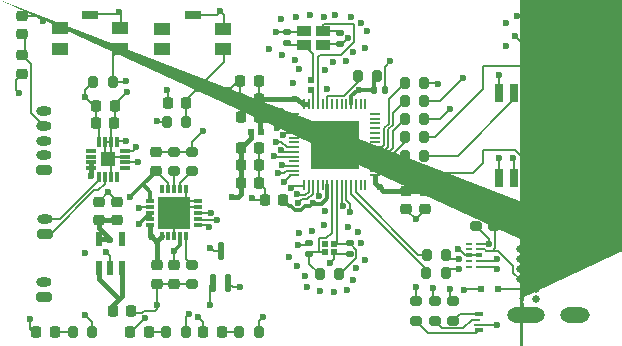
<source format=gbr>
%TF.GenerationSoftware,KiCad,Pcbnew,9.0.2-9.0.2-0~ubuntu22.04.1*%
%TF.CreationDate,2025-07-24T10:37:48-04:00*%
%TF.ProjectId,jarvis,6a617276-6973-42e6-9b69-6361645f7063,rev?*%
%TF.SameCoordinates,Original*%
%TF.FileFunction,Copper,L1,Top*%
%TF.FilePolarity,Positive*%
%FSLAX46Y46*%
G04 Gerber Fmt 4.6, Leading zero omitted, Abs format (unit mm)*
G04 Created by KiCad (PCBNEW 9.0.2-9.0.2-0~ubuntu22.04.1) date 2025-07-24 10:37:48*
%MOMM*%
%LPD*%
G01*
G04 APERTURE LIST*
G04 Aperture macros list*
%AMRoundRect*
0 Rectangle with rounded corners*
0 $1 Rounding radius*
0 $2 $3 $4 $5 $6 $7 $8 $9 X,Y pos of 4 corners*
0 Add a 4 corners polygon primitive as box body*
4,1,4,$2,$3,$4,$5,$6,$7,$8,$9,$2,$3,0*
0 Add four circle primitives for the rounded corners*
1,1,$1+$1,$2,$3*
1,1,$1+$1,$4,$5*
1,1,$1+$1,$6,$7*
1,1,$1+$1,$8,$9*
0 Add four rect primitives between the rounded corners*
20,1,$1+$1,$2,$3,$4,$5,0*
20,1,$1+$1,$4,$5,$6,$7,0*
20,1,$1+$1,$6,$7,$8,$9,0*
20,1,$1+$1,$8,$9,$2,$3,0*%
%AMFreePoly0*
4,1,121,0.057437,0.323981,0.058316,0.323824,0.113316,0.308824,0.114166,0.308506,0.166166,0.283506,0.166873,0.283092,0.213873,0.250092,0.214579,0.249492,0.254579,0.208492,0.255133,0.207814,0.287133,0.160814,0.287573,0.160023,0.310573,0.108023,0.310851,0.107213,0.324851,0.051213,0.324988,0.050350,0.328988,-0.006650,0.328973,-0.007523,0.322973,-0.064523,0.322801,-0.065397,
0.306801,-0.120397,0.306455,-0.121271,0.280455,-0.172271,0.280021,-0.172972,0.246021,-0.218972,0.245402,-0.219664,0.203402,-0.258664,0.202695,-0.259211,0.155000,-0.289735,0.155000,-1.060082,0.202707,-1.090796,0.203402,-1.091336,0.245402,-1.130336,0.246021,-1.131028,0.280021,-1.177028,0.280455,-1.177729,0.306455,-1.228729,0.306801,-1.229603,0.322801,-1.284603,0.322973,-1.285477,
0.328973,-1.342477,0.328988,-1.343350,0.324988,-1.400350,0.324851,-1.401213,0.310851,-1.457213,0.310573,-1.458023,0.287573,-1.510023,0.287133,-1.510814,0.255133,-1.557814,0.254579,-1.558492,0.214579,-1.599492,0.213873,-1.600092,0.166873,-1.633092,0.166166,-1.633506,0.114166,-1.658506,0.113316,-1.658824,0.058316,-1.673824,0.057437,-1.673981,0.000437,-1.678981,-0.000437,-1.678981,
-0.057437,-1.673981,-0.058316,-1.673824,-0.113316,-1.658824,-0.114166,-1.658506,-0.166166,-1.633506,-0.166873,-1.633092,-0.213873,-1.600092,-0.214579,-1.599492,-0.254579,-1.558492,-0.255133,-1.557814,-0.287133,-1.510814,-0.287573,-1.510023,-0.310573,-1.458023,-0.310851,-1.457213,-0.324851,-1.401213,-0.324988,-1.400350,-0.328988,-1.343350,-0.328973,-1.342477,-0.322973,-1.285477,-0.322801,-1.284603,
-0.306801,-1.229603,-0.306455,-1.228729,-0.280455,-1.177729,-0.280021,-1.177028,-0.246021,-1.131028,-0.245402,-1.130336,-0.203402,-1.091336,-0.202695,-1.090789,-0.155000,-1.060264,-0.155000,-0.289735,-0.202695,-0.259211,-0.203402,-0.258664,-0.245402,-0.219664,-0.246021,-0.218972,-0.280021,-0.172972,-0.280455,-0.172271,-0.306455,-0.121271,-0.306801,-0.120397,-0.322801,-0.065397,-0.322973,-0.064523,
-0.328973,-0.007523,-0.328988,-0.006650,-0.324988,0.050350,-0.324851,0.051213,-0.310851,0.107213,-0.310573,0.108023,-0.287573,0.160023,-0.287133,0.160814,-0.255133,0.207814,-0.254579,0.208492,-0.214579,0.249492,-0.213873,0.250092,-0.166873,0.283092,-0.166166,0.283506,-0.114166,0.308506,-0.113316,0.308824,-0.058316,0.323824,-0.057437,0.323981,-0.000437,0.328981,0.000437,0.328981,
0.057437,0.323981,0.057437,0.323981,$1*%
%AMFreePoly1*
4,1,121,0.057437,0.323981,0.058316,0.323824,0.113316,0.308824,0.114166,0.308506,0.166166,0.283506,0.166873,0.283092,0.213873,0.250092,0.214579,0.249492,0.254579,0.208492,0.255133,0.207814,0.287133,0.160814,0.287573,0.160023,0.310573,0.108023,0.310851,0.107213,0.324851,0.051213,0.324988,0.050350,0.328988,-0.006650,0.328973,-0.007523,0.322973,-0.064523,0.322801,-0.065397,
0.306801,-0.120397,0.306455,-0.121271,0.280455,-0.172271,0.280021,-0.172972,0.246021,-0.218972,0.245402,-0.219664,0.203402,-0.258664,0.202695,-0.259211,0.155000,-0.289735,0.155000,-1.060264,0.202695,-1.090789,0.203402,-1.091336,0.245402,-1.130336,0.246021,-1.131028,0.280021,-1.177028,0.280455,-1.177729,0.306455,-1.228729,0.306801,-1.229603,0.322801,-1.284603,0.322973,-1.285477,
0.328973,-1.342477,0.328988,-1.343350,0.324988,-1.400350,0.324851,-1.401213,0.310851,-1.457213,0.310573,-1.458023,0.287573,-1.510023,0.287133,-1.510814,0.255133,-1.557814,0.254579,-1.558492,0.214579,-1.599492,0.213873,-1.600092,0.166873,-1.633092,0.166166,-1.633506,0.114166,-1.658506,0.113316,-1.658824,0.058316,-1.673824,0.057437,-1.673981,0.000437,-1.678981,-0.000437,-1.678981,
-0.057437,-1.673981,-0.058316,-1.673824,-0.113316,-1.658824,-0.114166,-1.658506,-0.166166,-1.633506,-0.166873,-1.633092,-0.213873,-1.600092,-0.214579,-1.599492,-0.254579,-1.558492,-0.255133,-1.557814,-0.287133,-1.510814,-0.287573,-1.510023,-0.310573,-1.458023,-0.310851,-1.457213,-0.324851,-1.401213,-0.324988,-1.400350,-0.328988,-1.343350,-0.328973,-1.342477,-0.322973,-1.285477,-0.322801,-1.284603,
-0.306801,-1.229603,-0.306455,-1.228729,-0.280455,-1.177729,-0.280021,-1.177028,-0.246021,-1.131028,-0.245402,-1.130336,-0.203402,-1.091336,-0.202695,-1.090789,-0.155000,-1.060264,-0.155000,-0.289735,-0.202695,-0.259211,-0.203402,-0.258664,-0.245402,-0.219664,-0.246021,-0.218972,-0.280021,-0.172972,-0.280455,-0.172271,-0.306455,-0.121271,-0.306801,-0.120397,-0.322801,-0.065397,-0.322973,-0.064523,
-0.328973,-0.007523,-0.328988,-0.006650,-0.324988,0.050350,-0.324851,0.051213,-0.310851,0.107213,-0.310573,0.108023,-0.287573,0.160023,-0.287133,0.160814,-0.255133,0.207814,-0.254579,0.208492,-0.214579,0.249492,-0.213873,0.250092,-0.166873,0.283092,-0.166166,0.283506,-0.114166,0.308506,-0.113316,0.308824,-0.058316,0.323824,-0.057437,0.323981,-0.000437,0.328981,0.000437,0.328981,
0.057437,0.323981,0.057437,0.323981,$1*%
G04 Aperture macros list end*
%TA.AperFunction,ComponentPad*%
%ADD10RoundRect,0.200000X0.450000X-0.200000X0.450000X0.200000X-0.450000X0.200000X-0.450000X-0.200000X0*%
%TD*%
%TA.AperFunction,ComponentPad*%
%ADD11O,1.300000X0.800000*%
%TD*%
%TA.AperFunction,SMDPad,CuDef*%
%ADD12R,0.711200X0.304800*%
%TD*%
%TA.AperFunction,SMDPad,CuDef*%
%ADD13R,0.508000X0.254000*%
%TD*%
%TA.AperFunction,SMDPad,CuDef*%
%ADD14RoundRect,0.200000X0.275000X-0.200000X0.275000X0.200000X-0.275000X0.200000X-0.275000X-0.200000X0*%
%TD*%
%TA.AperFunction,SMDPad,CuDef*%
%ADD15RoundRect,0.218750X-0.218750X-0.256250X0.218750X-0.256250X0.218750X0.256250X-0.218750X0.256250X0*%
%TD*%
%TA.AperFunction,SMDPad,CuDef*%
%ADD16R,1.450000X1.000000*%
%TD*%
%TA.AperFunction,SMDPad,CuDef*%
%ADD17R,1.400000X0.650000*%
%TD*%
%TA.AperFunction,SMDPad,CuDef*%
%ADD18RoundRect,0.200000X-0.200000X-0.275000X0.200000X-0.275000X0.200000X0.275000X-0.200000X0.275000X0*%
%TD*%
%TA.AperFunction,SMDPad,CuDef*%
%ADD19RoundRect,0.112500X-0.112500X-0.637500X0.112500X-0.637500X0.112500X0.637500X-0.112500X0.637500X0*%
%TD*%
%TA.AperFunction,SMDPad,CuDef*%
%ADD20R,0.600000X0.540000*%
%TD*%
%TA.AperFunction,SMDPad,CuDef*%
%ADD21R,0.762000X1.701800*%
%TD*%
%TA.AperFunction,SMDPad,CuDef*%
%ADD22R,2.800000X2.800000*%
%TD*%
%TA.AperFunction,SMDPad,CuDef*%
%ADD23R,0.800000X0.300000*%
%TD*%
%TA.AperFunction,SMDPad,CuDef*%
%ADD24R,0.300000X0.800000*%
%TD*%
%TA.AperFunction,SMDPad,CuDef*%
%ADD25R,0.520000X0.470000*%
%TD*%
%TA.AperFunction,SMDPad,CuDef*%
%ADD26RoundRect,0.225000X0.225000X0.250000X-0.225000X0.250000X-0.225000X-0.250000X0.225000X-0.250000X0*%
%TD*%
%TA.AperFunction,SMDPad,CuDef*%
%ADD27RoundRect,0.225000X-0.225000X-0.250000X0.225000X-0.250000X0.225000X0.250000X-0.225000X0.250000X0*%
%TD*%
%TA.AperFunction,SMDPad,CuDef*%
%ADD28R,0.300000X0.850000*%
%TD*%
%TA.AperFunction,SMDPad,CuDef*%
%ADD29R,0.850000X0.300000*%
%TD*%
%TA.AperFunction,SMDPad,CuDef*%
%ADD30R,1.250000X1.250000*%
%TD*%
%TA.AperFunction,SMDPad,CuDef*%
%ADD31RoundRect,0.225000X0.250000X-0.225000X0.250000X0.225000X-0.250000X0.225000X-0.250000X-0.225000X0*%
%TD*%
%TA.AperFunction,SMDPad,CuDef*%
%ADD32R,1.200000X0.850000*%
%TD*%
%TA.AperFunction,SMDPad,CuDef*%
%ADD33RoundRect,0.140000X-0.140000X-0.170000X0.140000X-0.170000X0.140000X0.170000X-0.140000X0.170000X0*%
%TD*%
%TA.AperFunction,SMDPad,CuDef*%
%ADD34RoundRect,0.140000X-0.170000X0.140000X-0.170000X-0.140000X0.170000X-0.140000X0.170000X0.140000X0*%
%TD*%
%TA.AperFunction,SMDPad,CuDef*%
%ADD35RoundRect,0.200000X-0.275000X0.200000X-0.275000X-0.200000X0.275000X-0.200000X0.275000X0.200000X0*%
%TD*%
%TA.AperFunction,SMDPad,CuDef*%
%ADD36RoundRect,0.050000X0.232500X0.050000X-0.232500X0.050000X-0.232500X-0.050000X0.232500X-0.050000X0*%
%TD*%
%TA.AperFunction,SMDPad,CuDef*%
%ADD37RoundRect,0.050000X0.232500X0.150000X-0.232500X0.150000X-0.232500X-0.150000X0.232500X-0.150000X0*%
%TD*%
%TA.AperFunction,SMDPad,CuDef*%
%ADD38RoundRect,0.225000X-0.250000X0.225000X-0.250000X-0.225000X0.250000X-0.225000X0.250000X0.225000X0*%
%TD*%
%TA.AperFunction,SMDPad,CuDef*%
%ADD39RoundRect,0.200000X0.200000X0.275000X-0.200000X0.275000X-0.200000X-0.275000X0.200000X-0.275000X0*%
%TD*%
%TA.AperFunction,SMDPad,CuDef*%
%ADD40R,0.540000X0.600000*%
%TD*%
%TA.AperFunction,ComponentPad*%
%ADD41FreePoly0,90.000000*%
%TD*%
%TA.AperFunction,ComponentPad*%
%ADD42C,0.648000*%
%TD*%
%TA.AperFunction,ComponentPad*%
%ADD43FreePoly1,90.000000*%
%TD*%
%TA.AperFunction,ComponentPad*%
%ADD44O,2.500000X1.300000*%
%TD*%
%TA.AperFunction,ComponentPad*%
%ADD45O,3.200000X1.300000*%
%TD*%
%TA.AperFunction,SMDPad,CuDef*%
%ADD46R,0.500000X0.600000*%
%TD*%
%TA.AperFunction,SMDPad,CuDef*%
%ADD47R,0.600000X1.250000*%
%TD*%
%TA.AperFunction,SMDPad,CuDef*%
%ADD48R,0.650000X1.650000*%
%TD*%
%TA.AperFunction,SMDPad,CuDef*%
%ADD49R,0.850000X0.200000*%
%TD*%
%TA.AperFunction,SMDPad,CuDef*%
%ADD50R,0.200000X0.850000*%
%TD*%
%TA.AperFunction,SMDPad,CuDef*%
%ADD51R,4.050000X4.050000*%
%TD*%
%TA.AperFunction,SMDPad,CuDef*%
%ADD52RoundRect,0.140000X0.170000X-0.140000X0.170000X0.140000X-0.170000X0.140000X-0.170000X-0.140000X0*%
%TD*%
%TA.AperFunction,ViaPad*%
%ADD53C,0.600000*%
%TD*%
%TA.AperFunction,Conductor*%
%ADD54C,0.200000*%
%TD*%
%TA.AperFunction,Conductor*%
%ADD55C,0.300000*%
%TD*%
%TA.AperFunction,Conductor*%
%ADD56C,0.400000*%
%TD*%
G04 APERTURE END LIST*
D10*
%TO.P,J2,1,Pin_1*%
%TO.N,/Components/MIC-DATA*%
X136010000Y-115290000D03*
D11*
%TO.P,J2,2,Pin_2*%
%TO.N,/Components/MIC-WS*%
X136010000Y-114040000D03*
%TO.P,J2,3,Pin_3*%
%TO.N,/Components/MIC-BCK*%
X136010000Y-112790000D03*
%TO.P,J2,4,Pin_4*%
%TO.N,+3.3V*%
X136010000Y-111540000D03*
%TO.P,J2,5,Pin_5*%
%TO.N,GND*%
X136010000Y-110290000D03*
%TD*%
D12*
%TO.P,LED1,1,1*%
%TO.N,Net-(LED1-Pad1)*%
X172783600Y-128860001D03*
D13*
%TO.P,LED1,2,2*%
%TO.N,GND*%
X172683600Y-128385001D03*
%TO.P,LED1,3,3*%
%TO.N,Net-(LED1-Pad3)*%
X172683600Y-127934999D03*
D12*
%TO.P,LED1,4,4*%
%TO.N,Net-(LED1-Pad4)*%
X172783600Y-127459999D03*
%TD*%
D14*
%TO.P,R23,1*%
%TO.N,Net-(LED1-Pad4)*%
X170640000Y-128035000D03*
%TO.P,R23,2*%
%TO.N,Net-(IC1-GPIO13)*%
X170640000Y-126385000D03*
%TD*%
%TO.P,R22,1*%
%TO.N,Net-(LED1-Pad3)*%
X169060000Y-128025000D03*
%TO.P,R22,2*%
%TO.N,Net-(IC1-GPIO17)*%
X169060000Y-126375000D03*
%TD*%
%TO.P,R21,1*%
%TO.N,Net-(LED1-Pad1)*%
X167480000Y-128035000D03*
%TO.P,R21,2*%
%TO.N,Net-(IC1-GPIO18)*%
X167480000Y-126385000D03*
%TD*%
D15*
%TO.P,D5,1,K*%
%TO.N,/ESP/ESP-GPIO11*%
X149482500Y-128980000D03*
%TO.P,D5,2,A*%
%TO.N,Net-(D5-A)*%
X151057500Y-128980000D03*
%TD*%
%TO.P,D4,1,K*%
%TO.N,/ESP/ESP-GPIO10*%
X143282500Y-129000000D03*
%TO.P,D4,2,A*%
%TO.N,Net-(D4-A)*%
X144857500Y-129000000D03*
%TD*%
%TO.P,D3,1,K*%
%TO.N,GND*%
X135352500Y-128970000D03*
%TO.P,D3,2,A*%
%TO.N,Net-(D3-A)*%
X136927500Y-128970000D03*
%TD*%
D16*
%TO.P,S2,1,NO_1*%
%TO.N,GND*%
X142460000Y-103290000D03*
%TO.P,S2,2,COM_1*%
%TO.N,Net-(IC1-GPIO0)*%
X142460000Y-104990000D03*
%TO.P,S2,3,NO_2*%
%TO.N,unconnected-(S2-NO_2-Pad3)*%
X137310000Y-103290000D03*
%TO.P,S2,4,COM_2*%
%TO.N,unconnected-(S2-COM_2-Pad4)*%
X137310000Y-104990000D03*
D17*
%TO.P,S2,5,GND*%
%TO.N,GND*%
X139885000Y-102115000D03*
%TD*%
D16*
%TO.P,S1,1,NO_1*%
%TO.N,GND*%
X151160000Y-103300000D03*
%TO.P,S1,2,COM_1*%
%TO.N,Net-(IC1-CHIP_PU)*%
X151160000Y-105000000D03*
%TO.P,S1,3,NO_2*%
%TO.N,unconnected-(S1-NO_2-Pad3)*%
X146010000Y-103300000D03*
%TO.P,S1,4,COM_2*%
%TO.N,unconnected-(S1-COM_2-Pad4)*%
X146010000Y-105000000D03*
D17*
%TO.P,S1,5,GND*%
%TO.N,GND*%
X148585000Y-102125000D03*
%TD*%
D18*
%TO.P,R20,1*%
%TO.N,Net-(D4-A)*%
X146325000Y-128990000D03*
%TO.P,R20,2*%
%TO.N,+3.3V*%
X147975000Y-128990000D03*
%TD*%
%TO.P,R19,1*%
%TO.N,Net-(D5-A)*%
X152515000Y-128980000D03*
%TO.P,R19,2*%
%TO.N,+3.3V*%
X154165000Y-128980000D03*
%TD*%
%TO.P,R18,1*%
%TO.N,Net-(D3-A)*%
X138405000Y-128970000D03*
%TO.P,R18,2*%
%TO.N,+3.3V*%
X140055000Y-128970000D03*
%TD*%
D19*
%TO.P,D2,1*%
%TO.N,/Power/VBUS*%
X150300000Y-124820000D03*
%TO.P,D2,2*%
%TO.N,/Power/VBAT_1*%
X151600000Y-124820000D03*
%TO.P,D2,3*%
%TO.N,Net-(IC3-CE)*%
X150950000Y-122160000D03*
%TD*%
D18*
%TO.P,R17,1*%
%TO.N,+3.3V*%
X140165000Y-107860000D03*
%TO.P,R17,2*%
%TO.N,Net-(IC1-GPIO0)*%
X141815000Y-107860000D03*
%TD*%
D20*
%TO.P,L3,1*%
%TO.N,Net-(AE1-Pad1)*%
X176840000Y-103478000D03*
%TO.P,L3,2*%
%TO.N,Net-(IC1-LNA_IN)*%
X176840000Y-104342000D03*
%TD*%
D21*
%TO.P,AE1,2*%
%TO.N,N/C*%
X181596400Y-103930000D03*
%TO.P,AE1,1,1*%
%TO.N,Net-(AE1-Pad1)*%
X178243600Y-103930000D03*
%TD*%
D22*
%TO.P,IC3,21,EP*%
%TO.N,GND*%
X146990000Y-118900000D03*
D23*
%TO.P,IC3,20,OUT_2*%
%TO.N,/Power/SYS*%
X144990000Y-119900000D03*
%TO.P,IC3,19,IN_2*%
%TO.N,/Power/VBUS*%
X144990000Y-119400000D03*
%TO.P,IC3,18,IN_1*%
X144990000Y-118900000D03*
%TO.P,IC3,17,CE*%
%TO.N,Net-(IC3-CE)*%
X144990000Y-118400000D03*
%TO.P,IC3,16,VBAT_SENSE*%
%TO.N,/Power/VBAT_1*%
X144990000Y-117900000D03*
D24*
%TO.P,IC3,15,VBAT_2*%
X145990000Y-116900000D03*
%TO.P,IC3,14,VBAT_1*%
X146490000Y-116900000D03*
%TO.P,IC3,13,PROG1*%
%TO.N,/Power/PROG1*%
X146990000Y-116900000D03*
%TO.P,IC3,12,PROG3*%
%TO.N,Net-(IC3-PROG3)*%
X147490000Y-116900000D03*
%TO.P,IC3,11,VSS_2*%
%TO.N,GND*%
X147990000Y-116900000D03*
D23*
%TO.P,IC3,10,VSS_1*%
X148990000Y-117900000D03*
%TO.P,IC3,9,~{TE}*%
X148990000Y-118400000D03*
%TO.P,IC3,8,STAT1/~{LBO}*%
%TO.N,/ESP/ESP-GPIO10*%
X148990000Y-118900000D03*
%TO.P,IC3,7,STAT2*%
%TO.N,/ESP/ESP-GPIO11*%
X148990000Y-119400000D03*
%TO.P,IC3,6,~{PG}*%
%TO.N,/ESP/ESP-GPIO12*%
X148990000Y-119900000D03*
D24*
%TO.P,IC3,5,THERM*%
%TO.N,/Power/THERM*%
X147990000Y-120900000D03*
%TO.P,IC3,4,PROG2*%
%TO.N,/Power/VBUS*%
X147490000Y-120900000D03*
%TO.P,IC3,3,SEL*%
%TO.N,GND*%
X146990000Y-120900000D03*
%TO.P,IC3,2,VPCC*%
%TO.N,unconnected-(IC3-VPCC-Pad2)*%
X146490000Y-120900000D03*
%TO.P,IC3,1,OUT_1*%
%TO.N,/Power/SYS*%
X145990000Y-120900000D03*
%TD*%
D25*
%TO.P,Y3,4*%
%TO.N,N/C*%
X159748162Y-121555000D03*
%TO.P,Y3,3*%
%TO.N,Net-(IC1-XTAL_32K_N)*%
X160568162Y-121555000D03*
%TO.P,Y3,2*%
%TO.N,GND*%
X160568162Y-122225000D03*
%TO.P,Y3,1*%
%TO.N,Net-(IC1-XTAL_32K_P)*%
X159748162Y-122225000D03*
%TD*%
D26*
%TO.P,C26,1*%
%TO.N,GND*%
X181890000Y-114090000D03*
%TO.P,C26,2*%
%TO.N,+1.8*%
X180340000Y-114090000D03*
%TD*%
%TO.P,C4,1*%
%TO.N,GND*%
X143395000Y-127210000D03*
%TO.P,C4,2*%
%TO.N,/Power/SYS*%
X141845000Y-127210000D03*
%TD*%
D27*
%TO.P,C13,1*%
%TO.N,+3.3V*%
X152660000Y-114870000D03*
%TO.P,C13,2*%
%TO.N,GND*%
X154210000Y-114870000D03*
%TD*%
D26*
%TO.P,C7,1*%
%TO.N,+3.3V*%
X154165000Y-109240000D03*
%TO.P,C7,2*%
%TO.N,GND*%
X152615000Y-109240000D03*
%TD*%
D18*
%TO.P,R9,1*%
%TO.N,Net-(IC1-GPIO45)*%
X162535000Y-107310000D03*
%TO.P,R9,2*%
%TO.N,+3.3V*%
X164185000Y-107310000D03*
%TD*%
%TO.P,R15,1*%
%TO.N,Net-(IC1-SPIHD)*%
X166555000Y-115560000D03*
%TO.P,R15,2*%
%TO.N,/Components/FLASH-HOLD*%
X168205000Y-115560000D03*
%TD*%
D28*
%TO.P,IC2,1,DIN*%
%TO.N,/Components/AMP-DIN*%
X142150000Y-112930000D03*
%TO.P,IC2,2,GAIN_SLOT*%
%TO.N,GND*%
X141650000Y-112930000D03*
%TO.P,IC2,3,GND_1*%
X141150000Y-112930000D03*
%TO.P,IC2,4,~{SD_MODE}*%
%TO.N,+3.3V*%
X140650000Y-112930000D03*
D29*
%TO.P,IC2,5,N.C._1*%
%TO.N,unconnected-(IC2-N.C._1-Pad5)*%
X139950000Y-113630000D03*
%TO.P,IC2,6,N.C._2*%
%TO.N,unconnected-(IC2-N.C._2-Pad6)*%
X139950000Y-114130000D03*
%TO.P,IC2,7,VDD_1*%
%TO.N,+3.3V*%
X139950000Y-114630000D03*
%TO.P,IC2,8,VDD_2*%
X139950000Y-115130000D03*
D28*
%TO.P,IC2,9,OUTP*%
%TO.N,Net-(IC2-OUTP)*%
X140650000Y-115830000D03*
%TO.P,IC2,10,OUTN*%
%TO.N,Net-(IC2-OUTN)*%
X141150000Y-115830000D03*
%TO.P,IC2,11,GND_2*%
%TO.N,GND*%
X141650000Y-115830000D03*
%TO.P,IC2,12,N.C._3*%
%TO.N,unconnected-(IC2-N.C._3-Pad12)*%
X142150000Y-115830000D03*
D29*
%TO.P,IC2,13,N.C._4*%
%TO.N,unconnected-(IC2-N.C._4-Pad13)*%
X142850000Y-115130000D03*
%TO.P,IC2,14,LRCLK*%
%TO.N,/Components/AMP-LRCLK*%
X142850000Y-114630000D03*
%TO.P,IC2,15,GND_3*%
%TO.N,GND*%
X142850000Y-114130000D03*
%TO.P,IC2,16,BCLK*%
%TO.N,/Components/AMP-BCLK*%
X142850000Y-113630000D03*
D30*
%TO.P,IC2,17,THERMAL_PAD*%
%TO.N,GND*%
X141400000Y-114380000D03*
%TD*%
D18*
%TO.P,R12,1*%
%TO.N,Net-(IC1-SPIQ)*%
X166520000Y-109430000D03*
%TO.P,R12,2*%
%TO.N,/Components/FLASH-DO_IO1*%
X168170000Y-109430000D03*
%TD*%
D10*
%TO.P,J1,1,Pin_1*%
%TO.N,Net-(IC2-OUTN)*%
X136040000Y-120685000D03*
D11*
%TO.P,J1,2,Pin_2*%
%TO.N,Net-(IC2-OUTP)*%
X136040000Y-119435000D03*
%TD*%
D10*
%TO.P,J3,1,Pin_1*%
%TO.N,/Power/VBAT_1*%
X136020000Y-125995000D03*
D11*
%TO.P,J3,2,Pin_2*%
%TO.N,GND*%
X136020000Y-124745000D03*
%TD*%
D20*
%TO.P,L1,1*%
%TO.N,Net-(IC1-XTAL_P)*%
X158590000Y-108502000D03*
%TO.P,L1,2*%
%TO.N,Net-(C14-Pad2)*%
X158590000Y-107638000D03*
%TD*%
D31*
%TO.P,C17,1*%
%TO.N,GND*%
X168220000Y-118590000D03*
%TO.P,C17,2*%
%TO.N,+1.8*%
X168220000Y-117040000D03*
%TD*%
D32*
%TO.P,Y2,1*%
%TO.N,Net-(C14-Pad2)*%
X157998000Y-104690000D03*
%TO.P,Y2,2,GND*%
%TO.N,GND*%
X159622000Y-104690000D03*
%TO.P,Y2,3*%
%TO.N,Net-(IC1-XTAL_N)*%
X159622000Y-103490000D03*
%TO.P,Y2,4,GND__1*%
%TO.N,GND*%
X157998000Y-103490000D03*
%TD*%
D26*
%TO.P,C27,1*%
%TO.N,GND*%
X181885000Y-115690000D03*
%TO.P,C27,2*%
%TO.N,+1.8*%
X180335000Y-115690000D03*
%TD*%
D33*
%TO.P,C18,1*%
%TO.N,+3.3V*%
X163910000Y-108500000D03*
%TO.P,C18,2*%
%TO.N,GND*%
X164870000Y-108500000D03*
%TD*%
D34*
%TO.P,C10,1*%
%TO.N,Net-(IC1-XTAL_32K_N)*%
X161858162Y-121445000D03*
%TO.P,C10,2*%
%TO.N,GND*%
X161858162Y-122405000D03*
%TD*%
D35*
%TO.P,R6,1*%
%TO.N,GND*%
X172590000Y-118375000D03*
%TO.P,R6,2*%
%TO.N,Net-(U2-CC2)*%
X172590000Y-120025000D03*
%TD*%
D26*
%TO.P,C24,1*%
%TO.N,GND*%
X141945000Y-111320000D03*
%TO.P,C24,2*%
%TO.N,+3.3V*%
X140395000Y-111320000D03*
%TD*%
%TO.P,C15,1*%
%TO.N,+3.3V*%
X156235000Y-117830000D03*
%TO.P,C15,2*%
%TO.N,GND*%
X154685000Y-117830000D03*
%TD*%
D36*
%TO.P,U1,1*%
%TO.N,/Power/USB_DP*%
X172820000Y-123500000D03*
%TO.P,U1,2*%
%TO.N,/Power/USB_DN*%
X172820000Y-123000000D03*
D37*
%TO.P,U1,3*%
%TO.N,GND*%
X172820000Y-122500000D03*
D36*
%TO.P,U1,4*%
%TO.N,Net-(U2-CC1)*%
X172820000Y-122000000D03*
%TO.P,U1,5*%
%TO.N,Net-(U2-CC2)*%
X172820000Y-121500000D03*
%TO.P,U1,6,NC_6*%
%TO.N,unconnected-(U1-NC_6-Pad6)*%
X171985000Y-121500000D03*
%TO.P,U1,7,NC_7*%
%TO.N,unconnected-(U1-NC_7-Pad7)*%
X171985000Y-122000000D03*
D37*
%TO.P,U1,8*%
%TO.N,GND*%
X171985000Y-122500000D03*
D36*
%TO.P,U1,9,NC_9*%
%TO.N,unconnected-(U1-NC_9-Pad9)*%
X171985000Y-123000000D03*
%TO.P,U1,10,NC_10*%
%TO.N,unconnected-(U1-NC_10-Pad10)*%
X171985000Y-123500000D03*
%TD*%
D38*
%TO.P,C3,1*%
%TO.N,/Power/VBUS*%
X146990000Y-123350000D03*
%TO.P,C3,2*%
%TO.N,GND*%
X146990000Y-124900000D03*
%TD*%
D31*
%TO.P,C19,1*%
%TO.N,GND*%
X166630000Y-118570000D03*
%TO.P,C19,2*%
%TO.N,+1.8*%
X166630000Y-117020000D03*
%TD*%
D26*
%TO.P,C25,1*%
%TO.N,GND*%
X141970000Y-109830000D03*
%TO.P,C25,2*%
%TO.N,+3.3V*%
X140420000Y-109830000D03*
%TD*%
D39*
%TO.P,R5,1*%
%TO.N,/Power/USB_DN*%
X170035000Y-122460000D03*
%TO.P,R5,2*%
%TO.N,/ESP/ESP-GPIO20*%
X168385000Y-122460000D03*
%TD*%
D31*
%TO.P,C2,1*%
%TO.N,GND*%
X145530000Y-124905000D03*
%TO.P,C2,2*%
%TO.N,/Power/SYS*%
X145530000Y-123355000D03*
%TD*%
D40*
%TO.P,L2,1*%
%TO.N,+3.3V*%
X153503000Y-112070000D03*
%TO.P,L2,2*%
%TO.N,Net-(IC1-VDD3P3_1)*%
X154367000Y-112070000D03*
%TD*%
D38*
%TO.P,C22,1*%
%TO.N,+3.3V*%
X134160000Y-105575000D03*
%TO.P,C22,2*%
%TO.N,GND*%
X134160000Y-107125000D03*
%TD*%
D41*
%TO.P,U2,A1,GND1*%
%TO.N,GND*%
X176270000Y-126230000D03*
%TO.P,U2,A4,VBUS1*%
%TO.N,/Power/VBUS*%
X176270000Y-125380000D03*
D42*
%TO.P,U2,A5,CC1*%
%TO.N,Net-(U2-CC1)*%
X176270000Y-124530000D03*
%TO.P,U2,A6,DA+*%
%TO.N,/Power/USB_DP*%
X176270000Y-123680000D03*
%TO.P,U2,A7,DA-*%
%TO.N,/Power/USB_DN*%
X176270000Y-122830000D03*
%TO.P,U2,A8,SBU1*%
%TO.N,unconnected-(U2-SBU1-PadA8)*%
X176270000Y-121980000D03*
D43*
%TO.P,U2,A9,VBUS2*%
%TO.N,/Power/VBUS*%
X176270000Y-121130000D03*
D41*
%TO.P,U2,A12,GND2*%
%TO.N,GND*%
X176270000Y-120280000D03*
D42*
%TO.P,U2,B1,GND3*%
X177620000Y-120280000D03*
%TO.P,U2,B4,VBUS3*%
%TO.N,/Power/VBUS*%
X177620000Y-121130000D03*
%TO.P,U2,B5,CC2*%
%TO.N,Net-(U2-CC2)*%
X177620000Y-121980000D03*
%TO.P,U2,B6,DB+*%
%TO.N,/Power/USB_DP*%
X177620000Y-122830000D03*
%TO.P,U2,B7,DB-*%
%TO.N,/Power/USB_DN*%
X177620000Y-123680000D03*
%TO.P,U2,B8,SBU2*%
%TO.N,unconnected-(U2-SBU2-PadB8)*%
X177620000Y-124530000D03*
%TO.P,U2,B9,VBUS4*%
%TO.N,/Power/VBUS*%
X177620000Y-125380000D03*
%TO.P,U2,B12,GND4*%
%TO.N,GND*%
X177620000Y-126230000D03*
D44*
%TO.P,U2,SH1,SHIELD1*%
X180920000Y-127575000D03*
%TO.P,U2,SH2,SHIELD2*%
X180920000Y-118935000D03*
D45*
%TO.P,U2,SH3,SHIELD3*%
X176770000Y-127575000D03*
%TO.P,U2,SH4,SHIELD4*%
X176770000Y-118935000D03*
%TD*%
D27*
%TO.P,C12,1*%
%TO.N,+3.3V*%
X152660000Y-113370000D03*
%TO.P,C12,2*%
%TO.N,GND*%
X154210000Y-113370000D03*
%TD*%
D31*
%TO.P,C23,1*%
%TO.N,+3.3V*%
X134140000Y-103765000D03*
%TO.P,C23,2*%
%TO.N,GND*%
X134140000Y-102215000D03*
%TD*%
D14*
%TO.P,R1,1*%
%TO.N,GND*%
X148480000Y-124960000D03*
%TO.P,R1,2*%
%TO.N,/Power/THERM*%
X148480000Y-123310000D03*
%TD*%
D38*
%TO.P,C6,1*%
%TO.N,GND*%
X142170000Y-117980000D03*
%TO.P,C6,2*%
%TO.N,+3.3V*%
X142170000Y-119530000D03*
%TD*%
D18*
%TO.P,R7,1*%
%TO.N,Net-(IC1-XTAL_32K_P)*%
X159348162Y-124080000D03*
%TO.P,R7,2*%
%TO.N,Net-(IC1-XTAL_32K_N)*%
X160998162Y-124080000D03*
%TD*%
%TO.P,R11,1*%
%TO.N,Net-(IC1-SPICLK)*%
X166520000Y-110970000D03*
%TO.P,R11,2*%
%TO.N,/Components/FLASH-CLK*%
X168170000Y-110970000D03*
%TD*%
D31*
%TO.P,C1,1*%
%TO.N,/Power/VBAT_1*%
X145450000Y-115340000D03*
%TO.P,C1,2*%
%TO.N,GND*%
X145450000Y-113790000D03*
%TD*%
D14*
%TO.P,R2,1*%
%TO.N,/Power/PROG1*%
X146980000Y-115385000D03*
%TO.P,R2,2*%
%TO.N,GND*%
X146980000Y-113735000D03*
%TD*%
D18*
%TO.P,R8,1*%
%TO.N,+3.3V*%
X146400000Y-111170000D03*
%TO.P,R8,2*%
%TO.N,Net-(IC1-CHIP_PU)*%
X148050000Y-111170000D03*
%TD*%
D26*
%TO.P,C11,1*%
%TO.N,Net-(IC1-VDD3P3_1)*%
X154210000Y-110770000D03*
%TO.P,C11,2*%
%TO.N,GND*%
X152660000Y-110770000D03*
%TD*%
D14*
%TO.P,R3,1*%
%TO.N,Net-(U2-CC1)*%
X174080000Y-119995000D03*
%TO.P,R3,2*%
%TO.N,GND*%
X174080000Y-118345000D03*
%TD*%
D46*
%TO.P,D1,1,K*%
%TO.N,GND*%
X173030000Y-125380000D03*
%TO.P,D1,2,A*%
%TO.N,/Power/VBUS*%
X174430000Y-125380000D03*
%TD*%
D26*
%TO.P,C8,1*%
%TO.N,+3.3V*%
X154165000Y-107740000D03*
%TO.P,C8,2*%
%TO.N,GND*%
X152615000Y-107740000D03*
%TD*%
D18*
%TO.P,R14,1*%
%TO.N,Net-(IC1-SPIWP)*%
X166545000Y-114060000D03*
%TO.P,R14,2*%
%TO.N,/Components/FLASH-WP_IO2*%
X168195000Y-114060000D03*
%TD*%
D38*
%TO.P,C5,1*%
%TO.N,GND*%
X140620000Y-117980000D03*
%TO.P,C5,2*%
%TO.N,+3.3V*%
X140620000Y-119530000D03*
%TD*%
D34*
%TO.P,C14,1*%
%TO.N,GND*%
X156600000Y-103600000D03*
%TO.P,C14,2*%
%TO.N,Net-(C14-Pad2)*%
X156600000Y-104560000D03*
%TD*%
D26*
%TO.P,C21,1*%
%TO.N,Net-(IC1-CHIP_PU)*%
X148000000Y-109570000D03*
%TO.P,C21,2*%
%TO.N,GND*%
X146450000Y-109570000D03*
%TD*%
D34*
%TO.P,C16,1*%
%TO.N,Net-(IC1-XTAL_N)*%
X161010000Y-103670000D03*
%TO.P,C16,2*%
%TO.N,GND*%
X161010000Y-104630000D03*
%TD*%
D39*
%TO.P,R4,1*%
%TO.N,/Power/USB_DP*%
X170015000Y-123970000D03*
%TO.P,R4,2*%
%TO.N,/ESP/ESP-GPIO19*%
X168365000Y-123970000D03*
%TD*%
D18*
%TO.P,R10,1*%
%TO.N,Net-(IC1-SPICS0)*%
X166525000Y-112500000D03*
%TO.P,R10,2*%
%TO.N,/Components/FLASH-CS*%
X168175000Y-112500000D03*
%TD*%
D47*
%TO.P,IC4,1,IN*%
%TO.N,/Power/SYS*%
X140670000Y-123605000D03*
%TO.P,IC4,2,GND*%
%TO.N,GND*%
X141620000Y-123605000D03*
%TO.P,IC4,3,EN*%
%TO.N,/Power/SYS*%
X142570000Y-123605000D03*
%TO.P,IC4,4,N/C*%
%TO.N,unconnected-(IC4-N{slash}C-Pad4)*%
X142570000Y-121105000D03*
%TO.P,IC4,5,OUT*%
%TO.N,+3.3V*%
X140670000Y-121105000D03*
%TD*%
D48*
%TO.P,IC5,1,/CS*%
%TO.N,/Components/FLASH-CS*%
X178325000Y-108790000D03*
%TO.P,IC5,2,DO_(IO1)*%
%TO.N,/Components/FLASH-DO_IO1*%
X177055000Y-108790000D03*
%TO.P,IC5,3,/WP_(IO2)*%
%TO.N,/Components/FLASH-WP_IO2*%
X175785000Y-108790000D03*
%TO.P,IC5,4,GND*%
%TO.N,GND*%
X174515000Y-108790000D03*
%TO.P,IC5,5,DI_(IO0)*%
%TO.N,/Components/FLASH-DI_IO0*%
X174515000Y-115990000D03*
%TO.P,IC5,6,CLK*%
%TO.N,/Components/FLASH-CLK*%
X175785000Y-115990000D03*
%TO.P,IC5,7,/HOLD_OR_/RESET_(IO3)*%
%TO.N,/Components/FLASH-HOLD*%
X177055000Y-115990000D03*
%TO.P,IC5,8,VCC*%
%TO.N,+1.8*%
X178325000Y-115990000D03*
%TD*%
D49*
%TO.P,IC1,1,LNA_IN*%
%TO.N,Net-(IC1-LNA_IN)*%
X157140000Y-110530000D03*
%TO.P,IC1,2,VDD3P3_1*%
%TO.N,Net-(IC1-VDD3P3_1)*%
X157140000Y-110930000D03*
%TO.P,IC1,3,VDD3P3_2*%
X157140000Y-111330000D03*
%TO.P,IC1,4,CHIP_PU*%
%TO.N,Net-(IC1-CHIP_PU)*%
X157140000Y-111730000D03*
%TO.P,IC1,5,GPIO0*%
%TO.N,Net-(IC1-GPIO0)*%
X157140000Y-112130000D03*
%TO.P,IC1,6,GPIO1*%
%TO.N,unconnected-(IC1-GPIO1-Pad6)*%
X157140000Y-112530000D03*
%TO.P,IC1,7,GPIO2*%
%TO.N,unconnected-(IC1-GPIO2-Pad7)*%
X157140000Y-112930000D03*
%TO.P,IC1,8,GPIO3*%
%TO.N,/Components/AMP-DIN*%
X157140000Y-113330000D03*
%TO.P,IC1,9,GPIO4*%
%TO.N,/Components/AMP-BCLK*%
X157140000Y-113730000D03*
%TO.P,IC1,10,GPIO5*%
%TO.N,/Components/AMP-LRCLK*%
X157140000Y-114130000D03*
%TO.P,IC1,11,GPIO6*%
%TO.N,unconnected-(IC1-GPIO6-Pad11)*%
X157140000Y-114530000D03*
%TO.P,IC1,12,GPIO7*%
%TO.N,/Components/MIC-BCK*%
X157140000Y-114930000D03*
%TO.P,IC1,13,GPIO8*%
%TO.N,/Components/MIC-WS*%
X157140000Y-115330000D03*
%TO.P,IC1,14,GPIO9*%
%TO.N,/Components/MIC-DATA*%
X157140000Y-115730000D03*
D50*
%TO.P,IC1,15,GPIO10*%
%TO.N,/ESP/ESP-GPIO10*%
X157990000Y-116580000D03*
%TO.P,IC1,16,GPIO11*%
%TO.N,/ESP/ESP-GPIO11*%
X158390000Y-116580000D03*
%TO.P,IC1,17,GPIO12*%
%TO.N,/ESP/ESP-GPIO12*%
X158790000Y-116580000D03*
%TO.P,IC1,18,GPIO13*%
%TO.N,Net-(IC1-GPIO13)*%
X159190000Y-116580000D03*
%TO.P,IC1,19,GPIO14*%
%TO.N,unconnected-(IC1-GPIO14-Pad19)*%
X159590000Y-116580000D03*
%TO.P,IC1,20,VDD3P3_RTC*%
%TO.N,+3.3V*%
X159990000Y-116580000D03*
%TO.P,IC1,21,XTAL_32K_P*%
%TO.N,Net-(IC1-XTAL_32K_P)*%
X160390000Y-116580000D03*
%TO.P,IC1,22,XTAL_32K_N*%
%TO.N,Net-(IC1-XTAL_32K_N)*%
X160790000Y-116580000D03*
%TO.P,IC1,23,GPIO17*%
%TO.N,Net-(IC1-GPIO17)*%
X161190000Y-116580000D03*
%TO.P,IC1,24,GPIO18*%
%TO.N,Net-(IC1-GPIO18)*%
X161590000Y-116580000D03*
%TO.P,IC1,25,GPIO19*%
%TO.N,/ESP/ESP-GPIO19*%
X161990000Y-116580000D03*
%TO.P,IC1,26,GPIO20*%
%TO.N,/ESP/ESP-GPIO20*%
X162390000Y-116580000D03*
%TO.P,IC1,27,GPIO21*%
%TO.N,/ESP/ESP-GPIO21*%
X162790000Y-116580000D03*
%TO.P,IC1,28,SPICS1*%
%TO.N,unconnected-(IC1-SPICS1-Pad28)*%
X163190000Y-116580000D03*
D49*
%TO.P,IC1,29,VDD_SPI*%
%TO.N,+1.8*%
X164040000Y-115730000D03*
%TO.P,IC1,30,SPIHD*%
%TO.N,Net-(IC1-SPIHD)*%
X164040000Y-115330000D03*
%TO.P,IC1,31,SPIWP*%
%TO.N,Net-(IC1-SPIWP)*%
X164040000Y-114930000D03*
%TO.P,IC1,32,SPICS0*%
%TO.N,Net-(IC1-SPICS0)*%
X164040000Y-114530000D03*
%TO.P,IC1,33,SPICLK*%
%TO.N,Net-(IC1-SPICLK)*%
X164040000Y-114130000D03*
%TO.P,IC1,34,SPIQ*%
%TO.N,Net-(IC1-SPIQ)*%
X164040000Y-113730000D03*
%TO.P,IC1,35,SPID*%
%TO.N,Net-(IC1-SPID)*%
X164040000Y-113330000D03*
%TO.P,IC1,36,SPICLK_N*%
%TO.N,unconnected-(IC1-SPICLK_N-Pad36)*%
X164040000Y-112930000D03*
%TO.P,IC1,37,SPICLK_P*%
%TO.N,unconnected-(IC1-SPICLK_P-Pad37)*%
X164040000Y-112530000D03*
%TO.P,IC1,38,GPIO33*%
%TO.N,unconnected-(IC1-GPIO33-Pad38)*%
X164040000Y-112130000D03*
%TO.P,IC1,39,GPIO34*%
%TO.N,unconnected-(IC1-GPIO34-Pad39)*%
X164040000Y-111730000D03*
%TO.P,IC1,40,GPIO35*%
%TO.N,unconnected-(IC1-GPIO35-Pad40)*%
X164040000Y-111330000D03*
%TO.P,IC1,41,GPIO36*%
%TO.N,unconnected-(IC1-GPIO36-Pad41)*%
X164040000Y-110930000D03*
%TO.P,IC1,42,GPIO37*%
%TO.N,unconnected-(IC1-GPIO37-Pad42)*%
X164040000Y-110530000D03*
D50*
%TO.P,IC1,43,GPIO38*%
%TO.N,unconnected-(IC1-GPIO38-Pad43)*%
X163190000Y-109680000D03*
%TO.P,IC1,44,MTCK*%
%TO.N,unconnected-(IC1-MTCK-Pad44)*%
X162790000Y-109680000D03*
%TO.P,IC1,45,MTDO*%
%TO.N,unconnected-(IC1-MTDO-Pad45)*%
X162390000Y-109680000D03*
%TO.P,IC1,46,VDD3P3_CPU*%
%TO.N,+3.3V*%
X161990000Y-109680000D03*
%TO.P,IC1,47,MTDI*%
%TO.N,unconnected-(IC1-MTDI-Pad47)*%
X161590000Y-109680000D03*
%TO.P,IC1,48,MTMS*%
%TO.N,unconnected-(IC1-MTMS-Pad48)*%
X161190000Y-109680000D03*
%TO.P,IC1,49,U0TXD*%
%TO.N,unconnected-(IC1-U0TXD-Pad49)*%
X160790000Y-109680000D03*
%TO.P,IC1,50,U0RXD*%
%TO.N,unconnected-(IC1-U0RXD-Pad50)*%
X160390000Y-109680000D03*
%TO.P,IC1,51,GPIO45*%
%TO.N,Net-(IC1-GPIO45)*%
X159990000Y-109680000D03*
%TO.P,IC1,52,GPIO46*%
%TO.N,unconnected-(IC1-GPIO46-Pad52)*%
X159590000Y-109680000D03*
%TO.P,IC1,53,XTAL_N*%
%TO.N,Net-(IC1-XTAL_N)*%
X159190000Y-109680000D03*
%TO.P,IC1,54,XTAL_P*%
%TO.N,Net-(IC1-XTAL_P)*%
X158790000Y-109680000D03*
%TO.P,IC1,55,VDDA_1*%
%TO.N,+3.3V*%
X158390000Y-109680000D03*
%TO.P,IC1,56,VDDA_2*%
X157990000Y-109680000D03*
D51*
%TO.P,IC1,57,GND*%
%TO.N,GND*%
X160590000Y-113130000D03*
%TD*%
D52*
%TO.P,C9,1*%
%TO.N,Net-(IC1-XTAL_32K_P)*%
X158458162Y-122395000D03*
%TO.P,C9,2*%
%TO.N,GND*%
X158458162Y-121435000D03*
%TD*%
D18*
%TO.P,R13,1*%
%TO.N,Net-(IC1-SPID)*%
X166515000Y-107880000D03*
%TO.P,R13,2*%
%TO.N,/Components/FLASH-DI_IO0*%
X168165000Y-107880000D03*
%TD*%
D14*
%TO.P,R16,1*%
%TO.N,Net-(IC3-PROG3)*%
X148510000Y-115375000D03*
%TO.P,R16,2*%
%TO.N,GND*%
X148510000Y-113725000D03*
%TD*%
D27*
%TO.P,C20,1*%
%TO.N,+3.3V*%
X152660000Y-116370000D03*
%TO.P,C20,2*%
%TO.N,GND*%
X154210000Y-116370000D03*
%TD*%
D53*
%TO.N,Net-(IC1-GPIO18)*%
X161924067Y-118820499D03*
%TO.N,GND*%
X134820000Y-127870000D03*
%TO.N,+3.3V*%
X139440000Y-122290000D03*
X148230000Y-127430000D03*
X154510000Y-127730000D03*
X139440000Y-127530000D03*
%TO.N,/ESP/ESP-GPIO11*%
X149070000Y-127760000D03*
%TO.N,/ESP/ESP-GPIO10*%
X144570000Y-127810000D03*
%TO.N,GND*%
X174360000Y-128380000D03*
%TO.N,Net-(IC1-GPIO18)*%
X167490000Y-125200000D03*
%TO.N,Net-(IC1-GPIO17)*%
X168940000Y-125240000D03*
%TO.N,Net-(IC1-GPIO13)*%
X170370000Y-125340000D03*
%TO.N,/ESP/ESP-GPIO12*%
X157487042Y-118083920D03*
%TO.N,Net-(IC1-GPIO13)*%
X159300000Y-117510000D03*
%TO.N,Net-(IC1-GPIO17)*%
X161340000Y-118350000D03*
%TO.N,GND*%
X133840000Y-108760000D03*
X135890000Y-102690000D03*
%TO.N,Net-(IC1-GPIO0)*%
X142950000Y-107770000D03*
%TO.N,GND*%
X142340000Y-101860000D03*
X150920000Y-101850000D03*
%TO.N,Net-(IC1-GPIO0)*%
X156190000Y-112300000D03*
%TO.N,Net-(IC3-CE)*%
X150080000Y-121880000D03*
X144000000Y-118450000D03*
%TO.N,/Power/VBAT_1*%
X152610000Y-125210000D03*
%TO.N,/Power/VBUS*%
X150010000Y-126680000D03*
%TO.N,GND*%
X157420000Y-123430000D03*
X173290000Y-117390000D03*
X162430000Y-123590000D03*
X165310000Y-106080000D03*
X171540000Y-125400000D03*
X174520000Y-107270000D03*
X180500000Y-102090000D03*
X159680000Y-102280000D03*
X183200000Y-103110000D03*
X181070000Y-105970000D03*
X161610000Y-125410000D03*
X146140000Y-118120000D03*
X157590000Y-106760000D03*
X182360000Y-105860000D03*
X175080000Y-104770000D03*
X160660000Y-102110000D03*
X162606895Y-120520056D03*
X149430000Y-111950000D03*
X167450000Y-119440000D03*
X160480000Y-106110000D03*
X178680000Y-105760000D03*
X182980000Y-105230000D03*
X162190000Y-124550000D03*
X146990000Y-118900000D03*
X159140000Y-111660000D03*
X159090000Y-113120000D03*
X159790000Y-118710000D03*
X163360000Y-103470000D03*
X156100000Y-105550000D03*
X145530000Y-126700000D03*
X163140000Y-122860000D03*
X183380000Y-104110000D03*
X163150000Y-104960000D03*
X153570000Y-117660000D03*
X162030000Y-114520000D03*
X160238162Y-123160000D03*
X155080000Y-105030000D03*
X171060000Y-122000000D03*
X157460000Y-121590000D03*
X157250000Y-105920000D03*
X151680000Y-108480000D03*
X160610000Y-114570000D03*
X161950000Y-102280000D03*
X158120000Y-124240000D03*
X160560000Y-125630000D03*
X159920000Y-108380000D03*
X162846496Y-121478462D03*
X177710000Y-102240000D03*
X158500000Y-102120000D03*
X182300000Y-102050000D03*
X157080000Y-107870000D03*
X157550000Y-120610000D03*
X155630000Y-103570000D03*
X159190000Y-114540000D03*
X141400000Y-114380000D03*
X162040000Y-111690000D03*
X141240000Y-122220000D03*
X176020000Y-102230000D03*
X158300000Y-125210000D03*
X175090000Y-102850000D03*
X159670000Y-119950000D03*
X158660000Y-120430000D03*
X177830000Y-105670000D03*
X162190000Y-105310000D03*
X162000000Y-113200000D03*
X147900000Y-119840000D03*
X141440000Y-117160000D03*
X181150000Y-112870000D03*
X157360000Y-102300000D03*
X147780000Y-118170000D03*
X156090000Y-102450000D03*
X156720000Y-122620000D03*
X142990000Y-108700000D03*
X179210000Y-102210000D03*
X161730000Y-120120000D03*
X146400000Y-108520000D03*
X176520000Y-105570000D03*
X161580000Y-106060000D03*
X159780000Y-106790000D03*
X160620000Y-113170000D03*
X160610000Y-111640000D03*
X161700000Y-104110000D03*
X159360000Y-125530000D03*
X162810000Y-102810000D03*
%TO.N,/Power/VBUS*%
X144030000Y-119860000D03*
X146990000Y-122105000D03*
%TO.N,/Power/VBAT_1*%
X143280000Y-117570000D03*
%TO.N,/Power/SYS*%
X142360000Y-126160000D03*
X145150000Y-120980000D03*
%TO.N,+3.3V*%
X158737351Y-118077624D03*
X145530000Y-111160000D03*
X157240000Y-109220000D03*
X141620000Y-121160000D03*
X151920000Y-117570000D03*
X139490000Y-109110000D03*
X139950000Y-115760000D03*
X162670000Y-108500000D03*
%TO.N,Net-(U2-CC2)*%
X180460000Y-121980000D03*
X173650000Y-121550000D03*
%TO.N,Net-(IC1-CHIP_PU)*%
X148920000Y-108440000D03*
X155700000Y-111690000D03*
%TO.N,/Power/USB_DP*%
X174360000Y-123680000D03*
X171130000Y-123650000D03*
%TO.N,/Power/USB_DN*%
X171120000Y-122790000D03*
X174350000Y-122820000D03*
%TO.N,/Components/FLASH-CLK*%
X170380000Y-110110000D03*
X175730000Y-114230000D03*
%TO.N,+1.8*%
X164405000Y-116715000D03*
X179970000Y-117390000D03*
%TO.N,/Components/AMP-DIN*%
X155640000Y-112870000D03*
X142970000Y-112830000D03*
%TO.N,/Components/MIC-BCK*%
X156150000Y-114810000D03*
%TO.N,/Components/MIC-DATA*%
X156320000Y-116310000D03*
%TO.N,Net-(IC1-LNA_IN)*%
X156070000Y-110310000D03*
X175840000Y-103930000D03*
%TO.N,/Components/MIC-WS*%
X155780000Y-115560000D03*
%TO.N,/Components/AMP-BCLK*%
X156055422Y-113616006D03*
X143810000Y-113350000D03*
%TO.N,/Components/AMP-LRCLK*%
X155500000Y-114120000D03*
X143910000Y-114610000D03*
%TO.N,/Components/FLASH-DO_IO1*%
X171430000Y-107480000D03*
X177000000Y-107230000D03*
%TO.N,/Components/FLASH-DI_IO0*%
X174520000Y-114230000D03*
X169330000Y-107960000D03*
%TO.N,/ESP/ESP-GPIO12*%
X149960000Y-120095000D03*
%TO.N,/ESP/ESP-GPIO10*%
X150140000Y-118915000D03*
X156887128Y-116800784D03*
%TO.N,/ESP/ESP-GPIO11*%
X157410670Y-117337819D03*
X150680000Y-119495000D03*
%TD*%
D54*
%TO.N,/Components/FLASH-CS*%
X168175000Y-112500000D02*
X169110000Y-112500000D01*
X169110000Y-112500000D02*
X173190000Y-108420000D01*
X173190000Y-108420000D02*
X173190000Y-106430000D01*
X173190000Y-106430000D02*
X178325000Y-106430000D01*
X178325000Y-106430000D02*
X178325000Y-108790000D01*
%TO.N,Net-(IC2-OUTN)*%
X141150000Y-115830000D02*
X141150000Y-116455000D01*
X141150000Y-116455000D02*
X140604306Y-117000694D01*
X140604306Y-117000694D02*
X140250694Y-117000694D01*
X140250694Y-117000694D02*
X136566388Y-120685000D01*
X136566388Y-120685000D02*
X136040000Y-120685000D01*
%TO.N,Net-(IC2-OUTP)*%
X140650000Y-115830000D02*
X140650000Y-116105000D01*
X140650000Y-116105000D02*
X137320000Y-119435000D01*
X137320000Y-119435000D02*
X136040000Y-119435000D01*
%TO.N,+3.3V*%
X136010000Y-111540000D02*
X134886000Y-110416000D01*
X134886000Y-110416000D02*
X134886000Y-106301000D01*
X134886000Y-106301000D02*
X134160000Y-105575000D01*
X134160000Y-105590000D02*
X134160000Y-105575000D01*
%TO.N,GND*%
X134160000Y-107125000D02*
X133620000Y-107665000D01*
X133620000Y-107665000D02*
X133620000Y-108540000D01*
X133620000Y-108540000D02*
X133840000Y-108760000D01*
%TO.N,/Components/MIC-BCK*%
X136010000Y-112790000D02*
X136040000Y-112820000D01*
%TO.N,/Components/MIC-WS*%
X136010000Y-114040000D02*
X136040000Y-114070000D01*
%TO.N,/Components/MIC-DATA*%
X135720000Y-115290000D02*
X136010000Y-115290000D01*
%TO.N,GND*%
X145360000Y-127180000D02*
X144420768Y-127180000D01*
X144420768Y-127180000D02*
X144260768Y-127340000D01*
X144260768Y-127340000D02*
X143395000Y-127340000D01*
X145530000Y-126700000D02*
X145530000Y-127010000D01*
X145530000Y-127010000D02*
X145360000Y-127180000D01*
X145530000Y-126700000D02*
X145530000Y-124905000D01*
%TO.N,Net-(IC1-GPIO18)*%
X161924067Y-118820499D02*
X161786400Y-118682832D01*
X161891000Y-118121768D02*
X161590000Y-117820768D01*
X161786400Y-118682832D02*
X161891000Y-118578232D01*
X161891000Y-118578232D02*
X161891000Y-118121768D01*
X161590000Y-117820768D02*
X161590000Y-116580000D01*
%TO.N,Net-(IC1-GPIO17)*%
X161340000Y-118350000D02*
X161190000Y-118200000D01*
X161190000Y-118200000D02*
X161190000Y-116580000D01*
%TO.N,GND*%
X134820000Y-127870000D02*
X134820000Y-128700000D01*
X134820000Y-128700000D02*
X135090000Y-128970000D01*
X135090000Y-128970000D02*
X135352500Y-128970000D01*
%TO.N,Net-(D3-A)*%
X136927500Y-128970000D02*
X138405000Y-128970000D01*
%TO.N,Net-(D5-A)*%
X152515000Y-128980000D02*
X151057500Y-128980000D01*
%TO.N,Net-(D4-A)*%
X146325000Y-128990000D02*
X144867500Y-128990000D01*
X144867500Y-128990000D02*
X144857500Y-129000000D01*
%TO.N,+3.3V*%
X154165000Y-128980000D02*
X154165000Y-128075000D01*
X154165000Y-128075000D02*
X154510000Y-127730000D01*
X147975000Y-128990000D02*
X147975000Y-127685000D01*
X147975000Y-127685000D02*
X148230000Y-127430000D01*
X140055000Y-128970000D02*
X140055000Y-128145000D01*
X140055000Y-128145000D02*
X139440000Y-127530000D01*
%TO.N,/ESP/ESP-GPIO10*%
X143282500Y-129000000D02*
X143380000Y-129000000D01*
X143380000Y-129000000D02*
X144570000Y-127810000D01*
%TO.N,/ESP/ESP-GPIO11*%
X149482500Y-128980000D02*
X149482500Y-128172500D01*
X149482500Y-128172500D02*
X149070000Y-127760000D01*
D55*
%TO.N,+3.3V*%
X159990000Y-116580000D02*
X159990000Y-117669943D01*
X159990000Y-117669943D02*
X159548943Y-118111000D01*
X159548943Y-118111000D02*
X158770727Y-118111000D01*
X158770727Y-118111000D02*
X158737351Y-118077624D01*
X158737351Y-118077624D02*
X158482111Y-118332863D01*
X158482111Y-118332863D02*
X158088042Y-118332863D01*
X158088042Y-118332863D02*
X157735985Y-118684920D01*
X157735985Y-118684920D02*
X157238099Y-118684920D01*
X157238099Y-118684920D02*
X156886042Y-118332863D01*
X156886042Y-118332863D02*
X156737863Y-118332863D01*
X156737863Y-118332863D02*
X156235000Y-117830000D01*
D54*
%TO.N,Net-(IC1-GPIO13)*%
X159190000Y-116580000D02*
X159190000Y-117400000D01*
X159190000Y-117400000D02*
X159300000Y-117510000D01*
%TO.N,Net-(LED1-Pad1)*%
X167480000Y-128035000D02*
X168482000Y-129037000D01*
X168482000Y-129037000D02*
X172606601Y-129037000D01*
X172606601Y-129037000D02*
X172783600Y-128860001D01*
%TO.N,Net-(LED1-Pad3)*%
X169060000Y-128025000D02*
X169721000Y-128686000D01*
X169721000Y-128686000D02*
X171499601Y-128686000D01*
X171499601Y-128686000D02*
X172250602Y-127934999D01*
X172250602Y-127934999D02*
X172683600Y-127934999D01*
%TO.N,Net-(LED1-Pad4)*%
X170640000Y-128035000D02*
X171215001Y-127459999D01*
X171215001Y-127459999D02*
X172783600Y-127459999D01*
%TO.N,GND*%
X172683600Y-128385001D02*
X174354999Y-128385001D01*
X174354999Y-128385001D02*
X174360000Y-128380000D01*
%TO.N,Net-(IC1-GPIO18)*%
X167490000Y-125200000D02*
X167490000Y-126375000D01*
X167490000Y-126375000D02*
X167480000Y-126385000D01*
%TO.N,Net-(IC1-GPIO17)*%
X168940000Y-125240000D02*
X168940000Y-126255000D01*
X168940000Y-126255000D02*
X169060000Y-126375000D01*
%TO.N,Net-(IC1-GPIO13)*%
X170370000Y-125340000D02*
X170370000Y-126115000D01*
X170370000Y-126115000D02*
X170640000Y-126385000D01*
%TO.N,/ESP/ESP-GPIO20*%
X168385000Y-122460000D02*
X167676388Y-122460000D01*
X167676388Y-122460000D02*
X162390000Y-117173612D01*
X162390000Y-117173612D02*
X162390000Y-116580000D01*
%TO.N,+3.3V*%
X134160000Y-105575000D02*
X134366000Y-105369000D01*
X134366000Y-105369000D02*
X134366000Y-103991000D01*
X134366000Y-103991000D02*
X134140000Y-103765000D01*
%TO.N,GND*%
X134140000Y-102215000D02*
X135415000Y-102215000D01*
X135415000Y-102215000D02*
X135890000Y-102690000D01*
%TO.N,Net-(IC1-GPIO0)*%
X141815000Y-107860000D02*
X142860000Y-107860000D01*
X142860000Y-107860000D02*
X142950000Y-107770000D01*
%TO.N,+3.3V*%
X139490000Y-109110000D02*
X139490000Y-108535000D01*
X139490000Y-108535000D02*
X140165000Y-107860000D01*
%TO.N,Net-(IC1-GPIO0)*%
X141815000Y-107860000D02*
X141815000Y-105635000D01*
X141815000Y-105635000D02*
X142470000Y-104980000D01*
%TO.N,GND*%
X142470000Y-103280000D02*
X142470000Y-101990000D01*
X142470000Y-101990000D02*
X142340000Y-101860000D01*
X139895000Y-102105000D02*
X142095000Y-102105000D01*
X142095000Y-102105000D02*
X142340000Y-101860000D01*
X151205000Y-103300000D02*
X151205000Y-102135000D01*
X151205000Y-102135000D02*
X150920000Y-101850000D01*
X148630000Y-102125000D02*
X150645000Y-102125000D01*
X150645000Y-102125000D02*
X150920000Y-101850000D01*
%TO.N,Net-(IC1-CHIP_PU)*%
X148920000Y-108440000D02*
X148920000Y-108420000D01*
X148920000Y-108420000D02*
X151205000Y-106135000D01*
X151205000Y-106135000D02*
X151205000Y-105000000D01*
%TO.N,GND*%
X141970000Y-109720000D02*
X142990000Y-108700000D01*
X141970000Y-109830000D02*
X141970000Y-109720000D01*
%TO.N,Net-(IC1-CHIP_PU)*%
X157140000Y-111730000D02*
X155740000Y-111730000D01*
X155740000Y-111730000D02*
X155700000Y-111690000D01*
%TO.N,Net-(IC1-GPIO0)*%
X157140000Y-112130000D02*
X156360000Y-112130000D01*
X156360000Y-112130000D02*
X156190000Y-112300000D01*
%TO.N,Net-(IC3-CE)*%
X150950000Y-122160000D02*
X150360000Y-122160000D01*
X150360000Y-122160000D02*
X150080000Y-121880000D01*
X144990000Y-118400000D02*
X144050000Y-118400000D01*
X144050000Y-118400000D02*
X144000000Y-118450000D01*
D55*
%TO.N,/Power/VBAT_1*%
X143280000Y-117570000D02*
X144370000Y-116480000D01*
X144990000Y-117900000D02*
X144990000Y-117100000D01*
X144990000Y-117100000D02*
X144370000Y-116480000D01*
X144370000Y-116480000D02*
X145450000Y-115400000D01*
X145450000Y-115400000D02*
X145450000Y-115340000D01*
D54*
X152610000Y-125210000D02*
X151990000Y-125210000D01*
X151990000Y-125210000D02*
X151600000Y-124820000D01*
%TO.N,/Power/VBUS*%
X150010000Y-126680000D02*
X150010000Y-125110000D01*
X150010000Y-125110000D02*
X150300000Y-124820000D01*
%TO.N,GND*%
X171540000Y-125400000D02*
X171560000Y-125380000D01*
X171560000Y-125380000D02*
X173030000Y-125380000D01*
X145860000Y-118400000D02*
X146140000Y-118120000D01*
X147050000Y-124960000D02*
X146990000Y-124900000D01*
X152615000Y-107740000D02*
X152420000Y-107740000D01*
X141400000Y-114380000D02*
X141650000Y-114630000D01*
X141600000Y-122580000D02*
X141600000Y-123585000D01*
X146985000Y-124905000D02*
X146990000Y-124900000D01*
X164870000Y-106520000D02*
X165310000Y-106080000D01*
X172590000Y-118090000D02*
X173290000Y-117390000D01*
X148990000Y-118400000D02*
X148010000Y-118400000D01*
X141970000Y-111295000D02*
X141945000Y-111320000D01*
X147990000Y-116900000D02*
X147990000Y-117960000D01*
X166630000Y-118570000D02*
X166630000Y-118620000D01*
X171109232Y-122000000D02*
X171060000Y-122000000D01*
X148510000Y-113725000D02*
X148510000Y-112870000D01*
X152660000Y-109285000D02*
X152615000Y-109240000D01*
X161010000Y-104630000D02*
X159682000Y-104630000D01*
X174515000Y-108790000D02*
X174515000Y-107275000D01*
X153740000Y-117830000D02*
X153570000Y-117660000D01*
X141150000Y-114130000D02*
X141400000Y-114380000D01*
X141240000Y-122220000D02*
X141600000Y-122580000D01*
X181885000Y-115690000D02*
X181885000Y-114095000D01*
X154685000Y-117830000D02*
X154685000Y-116845000D01*
X161010000Y-104630000D02*
X161180000Y-104630000D01*
X152615000Y-107740000D02*
X152615000Y-109240000D01*
X156600000Y-103600000D02*
X155660000Y-103600000D01*
X160748162Y-122405000D02*
X160568162Y-122225000D01*
X161858162Y-122405000D02*
X160748162Y-122405000D01*
X145450000Y-113790000D02*
X146925000Y-113790000D01*
X157888000Y-103600000D02*
X157998000Y-103490000D01*
X141650000Y-112841000D02*
X141630000Y-112821000D01*
X146450000Y-109570000D02*
X146450000Y-108570000D01*
X148500000Y-113735000D02*
X148510000Y-113725000D01*
X141650000Y-114630000D02*
X141650000Y-115830000D01*
X142850000Y-114130000D02*
X141650000Y-114130000D01*
X148510000Y-112870000D02*
X149430000Y-111950000D01*
X146990000Y-118900000D02*
X146990000Y-120900000D01*
X174080000Y-118345000D02*
X174080000Y-118180000D01*
X168220000Y-118670000D02*
X167450000Y-119440000D01*
X148050000Y-117900000D02*
X147780000Y-118170000D01*
X161180000Y-104630000D02*
X161700000Y-104110000D01*
X181150000Y-113350000D02*
X181890000Y-114090000D01*
X146450000Y-108570000D02*
X146400000Y-108520000D01*
X154210000Y-114870000D02*
X154210000Y-116370000D01*
X171985000Y-122500000D02*
X171609232Y-122500000D01*
X171609232Y-122500000D02*
X171109232Y-122000000D01*
X141970000Y-109830000D02*
X141970000Y-111295000D01*
X141650000Y-112930000D02*
X141650000Y-114130000D01*
X160568162Y-122830000D02*
X160238162Y-123160000D01*
X148010000Y-118400000D02*
X147780000Y-118170000D01*
X164870000Y-108500000D02*
X164870000Y-106520000D01*
X168220000Y-118590000D02*
X168220000Y-118670000D01*
X159682000Y-104630000D02*
X159622000Y-104690000D01*
X174515000Y-107275000D02*
X174520000Y-107270000D01*
X172820000Y-122500000D02*
X171985000Y-122500000D01*
X141600000Y-123585000D02*
X141620000Y-123605000D01*
X152420000Y-107740000D02*
X151680000Y-108480000D01*
X146925000Y-113790000D02*
X146980000Y-113735000D01*
X154685000Y-116845000D02*
X154210000Y-116370000D01*
X141630000Y-112821000D02*
X141630000Y-111635000D01*
X158303162Y-121590000D02*
X158458162Y-121435000D01*
X157460000Y-121590000D02*
X158303162Y-121590000D01*
X181885000Y-114095000D02*
X181890000Y-114090000D01*
X181150000Y-112870000D02*
X181150000Y-113350000D01*
X145530000Y-124905000D02*
X146985000Y-124905000D01*
X141650000Y-112930000D02*
X141650000Y-112841000D01*
X174080000Y-118180000D02*
X173290000Y-117390000D01*
X142170000Y-117980000D02*
X142170000Y-117890000D01*
X142170000Y-117890000D02*
X141440000Y-117160000D01*
X160568162Y-122830000D02*
X160568162Y-122225000D01*
X154685000Y-117830000D02*
X153740000Y-117830000D01*
X140620000Y-117980000D02*
X141440000Y-117160000D01*
X152660000Y-110770000D02*
X152660000Y-109285000D01*
X154210000Y-113370000D02*
X154210000Y-114870000D01*
X141150000Y-112930000D02*
X141150000Y-114130000D01*
X148480000Y-124960000D02*
X147050000Y-124960000D01*
X141630000Y-111635000D02*
X141945000Y-111320000D01*
X155660000Y-103600000D02*
X155630000Y-103570000D01*
X147990000Y-117960000D02*
X147780000Y-118170000D01*
X148990000Y-117900000D02*
X148050000Y-117900000D01*
X141150000Y-112930000D02*
X141650000Y-112930000D01*
X172590000Y-118375000D02*
X172590000Y-118090000D01*
X156600000Y-103600000D02*
X157888000Y-103600000D01*
X146980000Y-113735000D02*
X148500000Y-113735000D01*
X141650000Y-114130000D02*
X141400000Y-114380000D01*
X166630000Y-118620000D02*
X167450000Y-119440000D01*
D55*
%TO.N,/Power/VBUS*%
X144990000Y-119400000D02*
X144990000Y-118900000D01*
D54*
X176270000Y-125380000D02*
X174720000Y-125380000D01*
D55*
X147490000Y-120900000D02*
X147490000Y-121605000D01*
X147490000Y-121605000D02*
X146990000Y-122105000D01*
D54*
X146990000Y-123350000D02*
X146990000Y-122105000D01*
D55*
X144990000Y-118900000D02*
X144030000Y-119860000D01*
D54*
%TO.N,/Power/VBAT_1*%
X146490000Y-116900000D02*
X146490000Y-116380000D01*
X146490000Y-116380000D02*
X145450000Y-115340000D01*
D56*
%TO.N,/Power/SYS*%
X142570000Y-125950000D02*
X142360000Y-126160000D01*
X145530000Y-123355000D02*
X145530000Y-121360000D01*
D54*
X144990000Y-120820000D02*
X145150000Y-120980000D01*
D56*
X141845000Y-126675000D02*
X142360000Y-126160000D01*
X144990000Y-120090000D02*
X144990000Y-120820000D01*
X145150000Y-120980000D02*
X145530000Y-121360000D01*
X140670000Y-123605000D02*
X140670000Y-124470000D01*
X141845000Y-127340000D02*
X141845000Y-126675000D01*
X145480000Y-121360000D02*
X145940000Y-120900000D01*
X142570000Y-123605000D02*
X142570000Y-125950000D01*
X140670000Y-124470000D02*
X142360000Y-126160000D01*
%TO.N,Net-(IC1-VDD3P3_1)*%
X154300000Y-110770000D02*
X154300000Y-111913000D01*
D54*
X154210000Y-111913000D02*
X154367000Y-112070000D01*
X157140000Y-111330000D02*
X157140000Y-110930000D01*
X154370000Y-110930000D02*
X154210000Y-110770000D01*
D56*
X157140000Y-111030000D02*
X154370000Y-111030000D01*
D54*
%TO.N,+3.3V*%
X163910000Y-107585000D02*
X164185000Y-107310000D01*
X140395000Y-111320000D02*
X140395000Y-109855000D01*
X140650000Y-112930000D02*
X140650000Y-111575000D01*
D56*
X139950000Y-115760000D02*
X139950000Y-115130000D01*
X153503000Y-112527000D02*
X152660000Y-113370000D01*
X140620000Y-119530000D02*
X140620000Y-120160000D01*
D55*
X162013500Y-109046500D02*
X162560000Y-108500000D01*
D56*
X152660000Y-116370000D02*
X152660000Y-114870000D01*
D54*
X140650000Y-111575000D02*
X140395000Y-111320000D01*
X140420000Y-109830000D02*
X140210000Y-109830000D01*
X140210000Y-109830000D02*
X139490000Y-109110000D01*
D56*
X157880000Y-109680000D02*
X157440000Y-109240000D01*
X158280000Y-109680000D02*
X157880000Y-109680000D01*
D55*
X162560000Y-108500000D02*
X162670000Y-108500000D01*
D56*
X140620000Y-120160000D02*
X141565000Y-121105000D01*
D54*
X145540000Y-111170000D02*
X145530000Y-111160000D01*
D56*
X142170000Y-119530000D02*
X140620000Y-119530000D01*
X151920000Y-117570000D02*
X152420000Y-117570000D01*
X152420000Y-117570000D02*
X152660000Y-117330000D01*
X157440000Y-109240000D02*
X154165000Y-109240000D01*
X152660000Y-117330000D02*
X152660000Y-116370000D01*
D54*
X162543000Y-108500000D02*
X162670000Y-108500000D01*
D56*
X153503000Y-112070000D02*
X153503000Y-112527000D01*
D55*
X161990000Y-109680000D02*
X161990000Y-109053000D01*
X162670000Y-108500000D02*
X163910000Y-108500000D01*
D54*
X146400000Y-111170000D02*
X145540000Y-111170000D01*
D56*
X140670000Y-121105000D02*
X141565000Y-121105000D01*
X157990000Y-109680000D02*
X157880000Y-109680000D01*
X139950000Y-114690000D02*
X139950000Y-115190000D01*
D55*
X163910000Y-108500000D02*
X163910000Y-107585000D01*
D54*
X154165000Y-109240000D02*
X154165000Y-107740000D01*
X140395000Y-109855000D02*
X140420000Y-109830000D01*
D56*
X152660000Y-113370000D02*
X152660000Y-114870000D01*
D54*
X141565000Y-121105000D02*
X141620000Y-121160000D01*
%TO.N,Net-(U2-CC1)*%
X173990000Y-122101000D02*
X173421768Y-122101000D01*
X173320768Y-122000000D02*
X172820000Y-122000000D01*
X176270000Y-124530000D02*
X175695000Y-123955000D01*
X175695000Y-123385768D02*
X174410232Y-122101000D01*
X175695000Y-123955000D02*
X175695000Y-123385768D01*
X174410232Y-122101000D02*
X173990000Y-122101000D01*
X173990000Y-122101000D02*
X174201000Y-121890000D01*
X173421768Y-122101000D02*
X173320768Y-122000000D01*
X174201000Y-121890000D02*
X174201000Y-120116000D01*
X174201000Y-120116000D02*
X174080000Y-119995000D01*
%TO.N,Net-(C14-Pad2)*%
X156730000Y-104690000D02*
X156600000Y-104560000D01*
X158790000Y-107648000D02*
X158790000Y-105482000D01*
X157998000Y-104690000D02*
X156730000Y-104690000D01*
X158790000Y-105482000D02*
X157998000Y-104690000D01*
%TO.N,Net-(U2-CC2)*%
X173650000Y-121550000D02*
X173650000Y-121085000D01*
X172870000Y-121550000D02*
X172820000Y-121500000D01*
X173650000Y-121085000D02*
X172590000Y-120025000D01*
X173650000Y-121550000D02*
X172870000Y-121550000D01*
X180460000Y-121980000D02*
X177620000Y-121980000D01*
%TO.N,Net-(IC1-XTAL_N)*%
X161140000Y-105530000D02*
X162250000Y-104420000D01*
X159340000Y-105530000D02*
X161140000Y-105530000D01*
X159622000Y-103490000D02*
X160830000Y-103490000D01*
X162250000Y-102890000D02*
X159720000Y-102890000D01*
X159190000Y-105680000D02*
X159340000Y-105530000D01*
X159190000Y-109680000D02*
X159190000Y-105680000D01*
X159622000Y-102988000D02*
X159622000Y-103490000D01*
X159720000Y-102890000D02*
X159622000Y-102988000D01*
X160830000Y-103490000D02*
X161010000Y-103670000D01*
X162250000Y-104420000D02*
X162250000Y-102890000D01*
%TO.N,Net-(IC1-CHIP_PU)*%
X148000000Y-109360000D02*
X148920000Y-108440000D01*
X148000000Y-109570000D02*
X148000000Y-109360000D01*
X148050000Y-109620000D02*
X148000000Y-109570000D01*
X148050000Y-111170000D02*
X148050000Y-109620000D01*
%TO.N,Net-(IC1-XTAL_32K_N)*%
X161050000Y-124080000D02*
X160998162Y-124080000D01*
X160790000Y-121333162D02*
X160568162Y-121555000D01*
X162419162Y-122710838D02*
X162419162Y-122006000D01*
X162419162Y-122710838D02*
X161050000Y-124080000D01*
X161748162Y-121555000D02*
X161858162Y-121445000D01*
X160790000Y-116580000D02*
X160790000Y-121333162D01*
X162419162Y-122006000D02*
X161858162Y-121445000D01*
X160568162Y-121555000D02*
X161748162Y-121555000D01*
%TO.N,Net-(IC1-XTAL_32K_P)*%
X160390000Y-120570000D02*
X159891000Y-121069000D01*
X158458162Y-122395000D02*
X158458162Y-123190000D01*
X159891000Y-121069000D02*
X159237162Y-121069000D01*
X158458162Y-123190000D02*
X159348162Y-124080000D01*
X159748162Y-122225000D02*
X158628162Y-122225000D01*
X159237162Y-121069000D02*
X159237162Y-122174000D01*
X159288162Y-122225000D02*
X159748162Y-122225000D01*
X159237162Y-122174000D02*
X159288162Y-122225000D01*
X158628162Y-122225000D02*
X158458162Y-122395000D01*
X160390000Y-116580000D02*
X160390000Y-120570000D01*
%TO.N,Net-(IC1-XTAL_P)*%
X158790000Y-109680000D02*
X158790000Y-108512000D01*
%TO.N,/Power/PROG1*%
X146990000Y-116900000D02*
X146990000Y-115395000D01*
X146990000Y-115395000D02*
X146980000Y-115385000D01*
%TO.N,/Power/THERM*%
X147990000Y-122820000D02*
X148480000Y-123310000D01*
X147990000Y-120900000D02*
X147990000Y-122820000D01*
%TO.N,/Power/USB_DP*%
X170335000Y-123650000D02*
X170015000Y-123970000D01*
X174190000Y-123510000D02*
X172830000Y-123510000D01*
X174360000Y-123680000D02*
X174190000Y-123510000D01*
X172830000Y-123510000D02*
X172820000Y-123500000D01*
X171130000Y-123650000D02*
X170335000Y-123650000D01*
%TO.N,/Power/USB_DN*%
X171120000Y-122790000D02*
X170365000Y-122790000D01*
X176770000Y-122830000D02*
X177620000Y-123680000D01*
X174350000Y-122820000D02*
X174170000Y-123000000D01*
X170365000Y-122790000D02*
X170035000Y-122460000D01*
X174170000Y-123000000D02*
X172820000Y-123000000D01*
X176270000Y-122830000D02*
X176770000Y-122830000D01*
%TO.N,/Components/FLASH-CLK*%
X168170000Y-110970000D02*
X169520000Y-110970000D01*
X169520000Y-110970000D02*
X170380000Y-110110000D01*
X175785000Y-115990000D02*
X175785000Y-114285000D01*
X175785000Y-114285000D02*
X175730000Y-114230000D01*
%TO.N,Net-(AE1-Pad1)*%
X176840000Y-103351200D02*
X177664800Y-103351200D01*
X177664800Y-103351200D02*
X178243600Y-103930000D01*
%TO.N,+1.8*%
X166650000Y-117040000D02*
X166630000Y-117020000D01*
D56*
X179970000Y-117390000D02*
X179725000Y-117390000D01*
X178325000Y-115990000D02*
X180035000Y-115990000D01*
X164040000Y-115840000D02*
X164040000Y-116350000D01*
X164405000Y-116715000D02*
X164710000Y-117020000D01*
X164040000Y-116350000D02*
X164405000Y-116715000D01*
X180035000Y-115990000D02*
X180335000Y-115690000D01*
X180335000Y-114095000D02*
X180340000Y-114090000D01*
X179725000Y-117390000D02*
X178325000Y-115990000D01*
X168220000Y-117040000D02*
X166650000Y-117040000D01*
X180335000Y-115690000D02*
X180335000Y-114095000D01*
X164710000Y-117020000D02*
X166630000Y-117020000D01*
D54*
%TO.N,Net-(IC1-SPIWP)*%
X165635000Y-114930000D02*
X166545000Y-114020000D01*
X164040000Y-114930000D02*
X165635000Y-114930000D01*
%TO.N,/Components/AMP-DIN*%
X142250000Y-112830000D02*
X142150000Y-112930000D01*
X157140000Y-113330000D02*
X156548648Y-113330000D01*
X142970000Y-112830000D02*
X142250000Y-112830000D01*
X156088648Y-112870000D02*
X155640000Y-112870000D01*
X156548648Y-113330000D02*
X156088648Y-112870000D01*
%TO.N,Net-(IC1-SPIQ)*%
X164040000Y-113730000D02*
X164713389Y-113730000D01*
X164713389Y-113730000D02*
X165151000Y-113292389D01*
X165151000Y-111842611D02*
X165540000Y-111453612D01*
X165540000Y-111453612D02*
X165540000Y-110410000D01*
X165151000Y-113292389D02*
X165151000Y-111842611D01*
X165540000Y-110410000D02*
X166520000Y-109430000D01*
%TO.N,Net-(IC1-SPICS0)*%
X164916648Y-114530000D02*
X166525000Y-112921648D01*
X164040000Y-114530000D02*
X164916648Y-114530000D01*
X166525000Y-112921648D02*
X166525000Y-112500000D01*
%TO.N,/ESP/ESP-GPIO19*%
X168365000Y-123970000D02*
X168365000Y-123645000D01*
X161990000Y-117270000D02*
X161990000Y-116580000D01*
X168365000Y-123645000D02*
X161990000Y-117270000D01*
%TO.N,/Components/MIC-BCK*%
X156270000Y-114930000D02*
X156150000Y-114810000D01*
X157140000Y-114930000D02*
X156270000Y-114930000D01*
%TO.N,/Components/MIC-DATA*%
X156900000Y-115730000D02*
X156320000Y-116310000D01*
X157140000Y-115730000D02*
X156900000Y-115730000D01*
%TO.N,Net-(IC1-LNA_IN)*%
X175840000Y-103930000D02*
X176378800Y-104468800D01*
X156290000Y-110530000D02*
X156070000Y-110310000D01*
X157140000Y-110530000D02*
X156290000Y-110530000D01*
X176378800Y-104468800D02*
X176840000Y-104468800D01*
%TO.N,/Components/MIC-WS*%
X157140000Y-115330000D02*
X156515000Y-115330000D01*
X156515000Y-115330000D02*
X156285000Y-115560000D01*
X156285000Y-115560000D02*
X155780000Y-115560000D01*
%TO.N,Net-(IC1-GPIO45)*%
X162535000Y-107310000D02*
X162535000Y-107845000D01*
X162535000Y-107845000D02*
X161376000Y-109004000D01*
X161376000Y-109004000D02*
X159990000Y-109004000D01*
X159990000Y-109004000D02*
X159990000Y-109680000D01*
%TO.N,/Components/AMP-BCLK*%
X156169416Y-113730000D02*
X156055422Y-113616006D01*
X143810000Y-113350000D02*
X143530000Y-113630000D01*
X143530000Y-113630000D02*
X142850000Y-113630000D01*
X157140000Y-113730000D02*
X156169416Y-113730000D01*
%TO.N,Net-(IC1-SPIHD)*%
X166325000Y-115330000D02*
X166555000Y-115560000D01*
X164040000Y-115330000D02*
X166325000Y-115330000D01*
%TO.N,Net-(IC1-SPID)*%
X164040000Y-113330000D02*
X164617001Y-113330000D01*
X164800000Y-111697221D02*
X165160306Y-111336917D01*
X164617001Y-113330000D02*
X164800000Y-113147001D01*
X165160306Y-109234694D02*
X166515000Y-107880000D01*
X165160306Y-111336917D02*
X165160306Y-109234694D01*
X164800000Y-113147001D02*
X164800000Y-111697221D01*
%TO.N,Net-(IC1-SPICLK)*%
X165502000Y-111988000D02*
X166520000Y-110970000D01*
X165502000Y-113437779D02*
X165502000Y-111988000D01*
X164809777Y-114130000D02*
X165502000Y-113437779D01*
X164040000Y-114130000D02*
X164809777Y-114130000D01*
%TO.N,/Components/AMP-LRCLK*%
X157140000Y-114130000D02*
X157102994Y-114167006D01*
X142870000Y-114610000D02*
X142850000Y-114630000D01*
X157102994Y-114167006D02*
X155547006Y-114167006D01*
X155547006Y-114167006D02*
X155500000Y-114120000D01*
X143910000Y-114610000D02*
X142870000Y-114610000D01*
%TO.N,/Components/FLASH-DO_IO1*%
X169480000Y-109430000D02*
X171430000Y-107480000D01*
X177055000Y-107285000D02*
X177000000Y-107230000D01*
X177055000Y-108790000D02*
X177055000Y-107285000D01*
X168170000Y-109430000D02*
X169480000Y-109430000D01*
%TO.N,/Components/FLASH-DI_IO0*%
X169250000Y-107880000D02*
X169330000Y-107960000D01*
X174515000Y-114235000D02*
X174520000Y-114230000D01*
X168165000Y-107880000D02*
X169250000Y-107880000D01*
X174515000Y-115990000D02*
X174515000Y-114235000D01*
%TO.N,/Components/FLASH-WP_IO2*%
X168195000Y-114060000D02*
X171015000Y-114060000D01*
X171015000Y-114060000D02*
X175785000Y-109290000D01*
X175785000Y-109290000D02*
X175785000Y-108790000D01*
%TO.N,/Components/FLASH-HOLD*%
X173190000Y-113580000D02*
X175889232Y-113580000D01*
X173190000Y-114710768D02*
X173190000Y-113580000D01*
X172340768Y-115560000D02*
X173190000Y-114710768D01*
X168205000Y-115560000D02*
X172340768Y-115560000D01*
X177055000Y-114745768D02*
X177055000Y-115990000D01*
X175889232Y-113580000D02*
X177055000Y-114745768D01*
%TO.N,Net-(IC3-PROG3)*%
X147490000Y-116395000D02*
X148510000Y-115375000D01*
X147490000Y-116900000D02*
X147490000Y-116395000D01*
%TO.N,/ESP/ESP-GPIO12*%
X158741000Y-117296156D02*
X158741000Y-116828549D01*
X158276156Y-117761000D02*
X158741000Y-117296156D01*
X157487042Y-118082507D02*
X157808549Y-117761000D01*
X157808549Y-117761000D02*
X158276156Y-117761000D01*
X158741000Y-116828549D02*
X158790000Y-116779549D01*
X158790000Y-116779549D02*
X158790000Y-116580000D01*
X157487042Y-118083920D02*
X157487042Y-118082507D01*
X149765000Y-119900000D02*
X149960000Y-120095000D01*
X148990000Y-119900000D02*
X149765000Y-119900000D01*
%TO.N,/ESP/ESP-GPIO10*%
X150125000Y-118900000D02*
X150140000Y-118915000D01*
X157057912Y-116630000D02*
X157940000Y-116630000D01*
X156887128Y-116800784D02*
X157057912Y-116630000D01*
X157940000Y-116630000D02*
X157990000Y-116580000D01*
X148990000Y-118900000D02*
X150125000Y-118900000D01*
%TO.N,/ESP/ESP-GPIO11*%
X157510000Y-117410000D02*
X158130768Y-117410000D01*
X158130768Y-117410000D02*
X158390000Y-117150768D01*
X157469124Y-117369124D02*
X157510000Y-117410000D01*
X157441975Y-117369124D02*
X157469124Y-117369124D01*
X158390000Y-117150768D02*
X158390000Y-116580000D01*
X148990000Y-119400000D02*
X149085000Y-119495000D01*
X149085000Y-119495000D02*
X150680000Y-119495000D01*
X157410670Y-117337819D02*
X157441975Y-117369124D01*
%TD*%
M02*

</source>
